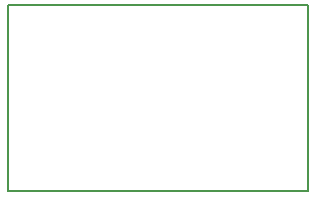
<source format=gko>
G04 Layer_Color=16711935*
%FSLAX25Y25*%
%MOIN*%
G70*
G01*
G75*
%ADD18C,0.00600*%
D18*
X0Y0D02*
Y62000D01*
Y0D02*
X100000D01*
Y62000D01*
X99500D02*
X100000D01*
X0D02*
X99500D01*
X0Y0D02*
Y62000D01*
Y0D02*
X100000D01*
Y62000D01*
X99500D02*
X100000D01*
X0D02*
X99500D01*
M02*

</source>
